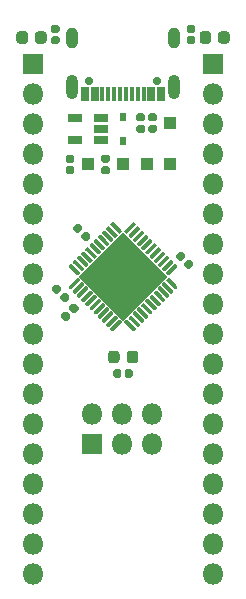
<source format=gbr>
%TF.GenerationSoftware,KiCad,Pcbnew,5.1.6-c6e7f7d~87~ubuntu18.04.1*%
%TF.CreationDate,2020-08-19T11:44:15-04:00*%
%TF.ProjectId,atmegaXu4_breakout,61746d65-6761-4587-9534-5f627265616b,rev?*%
%TF.SameCoordinates,Original*%
%TF.FileFunction,Soldermask,Top*%
%TF.FilePolarity,Negative*%
%FSLAX46Y46*%
G04 Gerber Fmt 4.6, Leading zero omitted, Abs format (unit mm)*
G04 Created by KiCad (PCBNEW 5.1.6-c6e7f7d~87~ubuntu18.04.1) date 2020-08-19 11:44:15*
%MOMM*%
%LPD*%
G01*
G04 APERTURE LIST*
%ADD10R,1.100000X1.100000*%
%ADD11C,0.100000*%
%ADD12O,1.800000X1.800000*%
%ADD13R,1.800000X1.800000*%
%ADD14R,1.160000X0.750000*%
%ADD15R,0.550000X0.700000*%
%ADD16O,1.000000X2.100000*%
%ADD17O,1.000000X1.800000*%
%ADD18R,0.400000X1.260000*%
%ADD19C,0.700000*%
%ADD20R,0.700000X1.260000*%
G04 APERTURE END LIST*
D10*
%TO.C,TP5*%
X-3000000Y-8500000D03*
%TD*%
%TO.C,TP4*%
X0Y-8500000D03*
%TD*%
%TO.C,TP3*%
X4000000Y-5000000D03*
%TD*%
%TO.C,R6*%
G36*
G01*
X-5259342Y-19161351D02*
X-5538649Y-19440659D01*
G75*
G02*
X-5782601Y-19440659I-121976J121976D01*
G01*
X-6026553Y-19196707D01*
G75*
G02*
X-6026553Y-18952755I121976J121976D01*
G01*
X-5747245Y-18673447D01*
G75*
G02*
X-5503293Y-18673447I121976J-121976D01*
G01*
X-5259341Y-18917399D01*
G75*
G02*
X-5259341Y-19161351I-121976J-121976D01*
G01*
G37*
G36*
G01*
X-4573448Y-19847245D02*
X-4852755Y-20126553D01*
G75*
G02*
X-5096707Y-20126553I-121976J121976D01*
G01*
X-5340659Y-19882601D01*
G75*
G02*
X-5340659Y-19638649I121976J121976D01*
G01*
X-5061351Y-19359341D01*
G75*
G02*
X-4817399Y-19359341I121976J-121976D01*
G01*
X-4573447Y-19603293D01*
G75*
G02*
X-4573447Y-19847245I-121976J-121976D01*
G01*
G37*
%TD*%
%TO.C,C5*%
G36*
G01*
X-4261351Y-21040658D02*
X-4540659Y-20761351D01*
G75*
G02*
X-4540659Y-20517399I121976J121976D01*
G01*
X-4296707Y-20273447D01*
G75*
G02*
X-4052755Y-20273447I121976J-121976D01*
G01*
X-3773447Y-20552755D01*
G75*
G02*
X-3773447Y-20796707I-121976J-121976D01*
G01*
X-4017399Y-21040659D01*
G75*
G02*
X-4261351Y-21040659I-121976J121976D01*
G01*
G37*
G36*
G01*
X-4947245Y-21726552D02*
X-5226553Y-21447245D01*
G75*
G02*
X-5226553Y-21203293I121976J121976D01*
G01*
X-4982601Y-20959341D01*
G75*
G02*
X-4738649Y-20959341I121976J-121976D01*
G01*
X-4459341Y-21238649D01*
G75*
G02*
X-4459341Y-21482601I-121976J-121976D01*
G01*
X-4703293Y-21726553D01*
G75*
G02*
X-4947245Y-21726553I-121976J121976D01*
G01*
G37*
%TD*%
%TO.C,C4*%
G36*
G01*
X5159342Y-16838649D02*
X5438649Y-16559341D01*
G75*
G02*
X5682601Y-16559341I121976J-121976D01*
G01*
X5926553Y-16803293D01*
G75*
G02*
X5926553Y-17047245I-121976J-121976D01*
G01*
X5647245Y-17326553D01*
G75*
G02*
X5403293Y-17326553I-121976J121976D01*
G01*
X5159341Y-17082601D01*
G75*
G02*
X5159341Y-16838649I121976J121976D01*
G01*
G37*
G36*
G01*
X4473448Y-16152755D02*
X4752755Y-15873447D01*
G75*
G02*
X4996707Y-15873447I121976J-121976D01*
G01*
X5240659Y-16117399D01*
G75*
G02*
X5240659Y-16361351I-121976J-121976D01*
G01*
X4961351Y-16640659D01*
G75*
G02*
X4717399Y-16640659I-121976J121976D01*
G01*
X4473447Y-16396707D01*
G75*
G02*
X4473447Y-16152755I121976J121976D01*
G01*
G37*
%TD*%
%TO.C,U1*%
G36*
G01*
X-1069499Y-13518711D02*
X-945756Y-13394967D01*
G75*
G02*
X-822012Y-13394967I61872J-61872D01*
G01*
X-114905Y-14102074D01*
G75*
G02*
X-114905Y-14225818I-61872J-61872D01*
G01*
X-238648Y-14349561D01*
G75*
G02*
X-362392Y-14349561I-61872J61872D01*
G01*
X-1069499Y-13642454D01*
G75*
G02*
X-1069499Y-13518710I61872J61872D01*
G01*
G37*
G36*
G01*
X-1423052Y-13872265D02*
X-1299309Y-13748521D01*
G75*
G02*
X-1175565Y-13748521I61872J-61872D01*
G01*
X-468458Y-14455628D01*
G75*
G02*
X-468458Y-14579372I-61872J-61872D01*
G01*
X-592201Y-14703115D01*
G75*
G02*
X-715945Y-14703115I-61872J61872D01*
G01*
X-1423052Y-13996008D01*
G75*
G02*
X-1423052Y-13872264I61872J61872D01*
G01*
G37*
G36*
G01*
X-1776606Y-14225818D02*
X-1652863Y-14102074D01*
G75*
G02*
X-1529119Y-14102074I61872J-61872D01*
G01*
X-822012Y-14809181D01*
G75*
G02*
X-822012Y-14932925I-61872J-61872D01*
G01*
X-945755Y-15056668D01*
G75*
G02*
X-1069499Y-15056668I-61872J61872D01*
G01*
X-1776606Y-14349561D01*
G75*
G02*
X-1776606Y-14225817I61872J61872D01*
G01*
G37*
G36*
G01*
X-2130159Y-14579371D02*
X-2006416Y-14455627D01*
G75*
G02*
X-1882672Y-14455627I61872J-61872D01*
G01*
X-1175565Y-15162734D01*
G75*
G02*
X-1175565Y-15286478I-61872J-61872D01*
G01*
X-1299308Y-15410221D01*
G75*
G02*
X-1423052Y-15410221I-61872J61872D01*
G01*
X-2130159Y-14703114D01*
G75*
G02*
X-2130159Y-14579370I61872J61872D01*
G01*
G37*
G36*
G01*
X-2483712Y-14932925D02*
X-2359969Y-14809181D01*
G75*
G02*
X-2236225Y-14809181I61872J-61872D01*
G01*
X-1529118Y-15516288D01*
G75*
G02*
X-1529118Y-15640032I-61872J-61872D01*
G01*
X-1652861Y-15763775D01*
G75*
G02*
X-1776605Y-15763775I-61872J61872D01*
G01*
X-2483712Y-15056668D01*
G75*
G02*
X-2483712Y-14932924I61872J61872D01*
G01*
G37*
G36*
G01*
X-2837266Y-15286478D02*
X-2713523Y-15162734D01*
G75*
G02*
X-2589779Y-15162734I61872J-61872D01*
G01*
X-1882672Y-15869841D01*
G75*
G02*
X-1882672Y-15993585I-61872J-61872D01*
G01*
X-2006415Y-16117328D01*
G75*
G02*
X-2130159Y-16117328I-61872J61872D01*
G01*
X-2837266Y-15410221D01*
G75*
G02*
X-2837266Y-15286477I61872J61872D01*
G01*
G37*
G36*
G01*
X-3190819Y-15640032D02*
X-3067076Y-15516288D01*
G75*
G02*
X-2943332Y-15516288I61872J-61872D01*
G01*
X-2236225Y-16223395D01*
G75*
G02*
X-2236225Y-16347139I-61872J-61872D01*
G01*
X-2359968Y-16470882D01*
G75*
G02*
X-2483712Y-16470882I-61872J61872D01*
G01*
X-3190819Y-15763775D01*
G75*
G02*
X-3190819Y-15640031I61872J61872D01*
G01*
G37*
G36*
G01*
X-3544373Y-15993585D02*
X-3420630Y-15869841D01*
G75*
G02*
X-3296886Y-15869841I61872J-61872D01*
G01*
X-2589779Y-16576948D01*
G75*
G02*
X-2589779Y-16700692I-61872J-61872D01*
G01*
X-2713522Y-16824435D01*
G75*
G02*
X-2837266Y-16824435I-61872J61872D01*
G01*
X-3544373Y-16117328D01*
G75*
G02*
X-3544373Y-15993584I61872J61872D01*
G01*
G37*
G36*
G01*
X-3897926Y-16347138D02*
X-3774183Y-16223394D01*
G75*
G02*
X-3650439Y-16223394I61872J-61872D01*
G01*
X-2943332Y-16930501D01*
G75*
G02*
X-2943332Y-17054245I-61872J-61872D01*
G01*
X-3067075Y-17177988D01*
G75*
G02*
X-3190819Y-17177988I-61872J61872D01*
G01*
X-3897926Y-16470881D01*
G75*
G02*
X-3897926Y-16347137I61872J61872D01*
G01*
G37*
G36*
G01*
X-4251479Y-16700692D02*
X-4127736Y-16576948D01*
G75*
G02*
X-4003992Y-16576948I61872J-61872D01*
G01*
X-3296885Y-17284055D01*
G75*
G02*
X-3296885Y-17407799I-61872J-61872D01*
G01*
X-3420628Y-17531542D01*
G75*
G02*
X-3544372Y-17531542I-61872J61872D01*
G01*
X-4251479Y-16824435D01*
G75*
G02*
X-4251479Y-16700691I61872J61872D01*
G01*
G37*
G36*
G01*
X-4605033Y-17054245D02*
X-4481290Y-16930501D01*
G75*
G02*
X-4357546Y-16930501I61872J-61872D01*
G01*
X-3650439Y-17637608D01*
G75*
G02*
X-3650439Y-17761352I-61872J-61872D01*
G01*
X-3774182Y-17885095D01*
G75*
G02*
X-3897926Y-17885095I-61872J61872D01*
G01*
X-4605033Y-17177988D01*
G75*
G02*
X-4605033Y-17054244I61872J61872D01*
G01*
G37*
G36*
G01*
X-4605033Y-18822012D02*
X-3897926Y-18114905D01*
G75*
G02*
X-3774182Y-18114905I61872J-61872D01*
G01*
X-3650439Y-18238648D01*
G75*
G02*
X-3650439Y-18362392I-61872J-61872D01*
G01*
X-4357546Y-19069499D01*
G75*
G02*
X-4481290Y-19069499I-61872J61872D01*
G01*
X-4605033Y-18945756D01*
G75*
G02*
X-4605033Y-18822012I61872J61872D01*
G01*
G37*
G36*
G01*
X-4251479Y-19175565D02*
X-3544372Y-18468458D01*
G75*
G02*
X-3420628Y-18468458I61872J-61872D01*
G01*
X-3296885Y-18592201D01*
G75*
G02*
X-3296885Y-18715945I-61872J-61872D01*
G01*
X-4003992Y-19423052D01*
G75*
G02*
X-4127736Y-19423052I-61872J61872D01*
G01*
X-4251479Y-19299309D01*
G75*
G02*
X-4251479Y-19175565I61872J61872D01*
G01*
G37*
G36*
G01*
X-3897926Y-19529119D02*
X-3190819Y-18822012D01*
G75*
G02*
X-3067075Y-18822012I61872J-61872D01*
G01*
X-2943332Y-18945755D01*
G75*
G02*
X-2943332Y-19069499I-61872J-61872D01*
G01*
X-3650439Y-19776606D01*
G75*
G02*
X-3774183Y-19776606I-61872J61872D01*
G01*
X-3897926Y-19652863D01*
G75*
G02*
X-3897926Y-19529119I61872J61872D01*
G01*
G37*
G36*
G01*
X-3544373Y-19882672D02*
X-2837266Y-19175565D01*
G75*
G02*
X-2713522Y-19175565I61872J-61872D01*
G01*
X-2589779Y-19299308D01*
G75*
G02*
X-2589779Y-19423052I-61872J-61872D01*
G01*
X-3296886Y-20130159D01*
G75*
G02*
X-3420630Y-20130159I-61872J61872D01*
G01*
X-3544373Y-20006416D01*
G75*
G02*
X-3544373Y-19882672I61872J61872D01*
G01*
G37*
G36*
G01*
X-3190819Y-20236225D02*
X-2483712Y-19529118D01*
G75*
G02*
X-2359968Y-19529118I61872J-61872D01*
G01*
X-2236225Y-19652861D01*
G75*
G02*
X-2236225Y-19776605I-61872J-61872D01*
G01*
X-2943332Y-20483712D01*
G75*
G02*
X-3067076Y-20483712I-61872J61872D01*
G01*
X-3190819Y-20359969D01*
G75*
G02*
X-3190819Y-20236225I61872J61872D01*
G01*
G37*
G36*
G01*
X-2837266Y-20589779D02*
X-2130159Y-19882672D01*
G75*
G02*
X-2006415Y-19882672I61872J-61872D01*
G01*
X-1882672Y-20006415D01*
G75*
G02*
X-1882672Y-20130159I-61872J-61872D01*
G01*
X-2589779Y-20837266D01*
G75*
G02*
X-2713523Y-20837266I-61872J61872D01*
G01*
X-2837266Y-20713523D01*
G75*
G02*
X-2837266Y-20589779I61872J61872D01*
G01*
G37*
G36*
G01*
X-2483712Y-20943332D02*
X-1776605Y-20236225D01*
G75*
G02*
X-1652861Y-20236225I61872J-61872D01*
G01*
X-1529118Y-20359968D01*
G75*
G02*
X-1529118Y-20483712I-61872J-61872D01*
G01*
X-2236225Y-21190819D01*
G75*
G02*
X-2359969Y-21190819I-61872J61872D01*
G01*
X-2483712Y-21067076D01*
G75*
G02*
X-2483712Y-20943332I61872J61872D01*
G01*
G37*
G36*
G01*
X-2130159Y-21296886D02*
X-1423052Y-20589779D01*
G75*
G02*
X-1299308Y-20589779I61872J-61872D01*
G01*
X-1175565Y-20713522D01*
G75*
G02*
X-1175565Y-20837266I-61872J-61872D01*
G01*
X-1882672Y-21544373D01*
G75*
G02*
X-2006416Y-21544373I-61872J61872D01*
G01*
X-2130159Y-21420630D01*
G75*
G02*
X-2130159Y-21296886I61872J61872D01*
G01*
G37*
G36*
G01*
X-1776606Y-21650439D02*
X-1069499Y-20943332D01*
G75*
G02*
X-945755Y-20943332I61872J-61872D01*
G01*
X-822012Y-21067075D01*
G75*
G02*
X-822012Y-21190819I-61872J-61872D01*
G01*
X-1529119Y-21897926D01*
G75*
G02*
X-1652863Y-21897926I-61872J61872D01*
G01*
X-1776606Y-21774183D01*
G75*
G02*
X-1776606Y-21650439I61872J61872D01*
G01*
G37*
G36*
G01*
X-1423052Y-22003992D02*
X-715945Y-21296885D01*
G75*
G02*
X-592201Y-21296885I61872J-61872D01*
G01*
X-468458Y-21420628D01*
G75*
G02*
X-468458Y-21544372I-61872J-61872D01*
G01*
X-1175565Y-22251479D01*
G75*
G02*
X-1299309Y-22251479I-61872J61872D01*
G01*
X-1423052Y-22127736D01*
G75*
G02*
X-1423052Y-22003992I61872J61872D01*
G01*
G37*
G36*
G01*
X-1069499Y-22357546D02*
X-362392Y-21650439D01*
G75*
G02*
X-238648Y-21650439I61872J-61872D01*
G01*
X-114905Y-21774182D01*
G75*
G02*
X-114905Y-21897926I-61872J-61872D01*
G01*
X-822012Y-22605033D01*
G75*
G02*
X-945756Y-22605033I-61872J61872D01*
G01*
X-1069499Y-22481290D01*
G75*
G02*
X-1069499Y-22357546I61872J61872D01*
G01*
G37*
G36*
G01*
X114905Y-21774183D02*
X238648Y-21650439D01*
G75*
G02*
X362392Y-21650439I61872J-61872D01*
G01*
X1069499Y-22357546D01*
G75*
G02*
X1069499Y-22481290I-61872J-61872D01*
G01*
X945756Y-22605033D01*
G75*
G02*
X822012Y-22605033I-61872J61872D01*
G01*
X114905Y-21897926D01*
G75*
G02*
X114905Y-21774182I61872J61872D01*
G01*
G37*
G36*
G01*
X468458Y-21420629D02*
X592201Y-21296885D01*
G75*
G02*
X715945Y-21296885I61872J-61872D01*
G01*
X1423052Y-22003992D01*
G75*
G02*
X1423052Y-22127736I-61872J-61872D01*
G01*
X1299309Y-22251479D01*
G75*
G02*
X1175565Y-22251479I-61872J61872D01*
G01*
X468458Y-21544372D01*
G75*
G02*
X468458Y-21420628I61872J61872D01*
G01*
G37*
G36*
G01*
X822012Y-21067076D02*
X945755Y-20943332D01*
G75*
G02*
X1069499Y-20943332I61872J-61872D01*
G01*
X1776606Y-21650439D01*
G75*
G02*
X1776606Y-21774183I-61872J-61872D01*
G01*
X1652863Y-21897926D01*
G75*
G02*
X1529119Y-21897926I-61872J61872D01*
G01*
X822012Y-21190819D01*
G75*
G02*
X822012Y-21067075I61872J61872D01*
G01*
G37*
G36*
G01*
X1175565Y-20713523D02*
X1299308Y-20589779D01*
G75*
G02*
X1423052Y-20589779I61872J-61872D01*
G01*
X2130159Y-21296886D01*
G75*
G02*
X2130159Y-21420630I-61872J-61872D01*
G01*
X2006416Y-21544373D01*
G75*
G02*
X1882672Y-21544373I-61872J61872D01*
G01*
X1175565Y-20837266D01*
G75*
G02*
X1175565Y-20713522I61872J61872D01*
G01*
G37*
G36*
G01*
X1529118Y-20359969D02*
X1652861Y-20236225D01*
G75*
G02*
X1776605Y-20236225I61872J-61872D01*
G01*
X2483712Y-20943332D01*
G75*
G02*
X2483712Y-21067076I-61872J-61872D01*
G01*
X2359969Y-21190819D01*
G75*
G02*
X2236225Y-21190819I-61872J61872D01*
G01*
X1529118Y-20483712D01*
G75*
G02*
X1529118Y-20359968I61872J61872D01*
G01*
G37*
G36*
G01*
X1882672Y-20006416D02*
X2006415Y-19882672D01*
G75*
G02*
X2130159Y-19882672I61872J-61872D01*
G01*
X2837266Y-20589779D01*
G75*
G02*
X2837266Y-20713523I-61872J-61872D01*
G01*
X2713523Y-20837266D01*
G75*
G02*
X2589779Y-20837266I-61872J61872D01*
G01*
X1882672Y-20130159D01*
G75*
G02*
X1882672Y-20006415I61872J61872D01*
G01*
G37*
G36*
G01*
X2236225Y-19652862D02*
X2359968Y-19529118D01*
G75*
G02*
X2483712Y-19529118I61872J-61872D01*
G01*
X3190819Y-20236225D01*
G75*
G02*
X3190819Y-20359969I-61872J-61872D01*
G01*
X3067076Y-20483712D01*
G75*
G02*
X2943332Y-20483712I-61872J61872D01*
G01*
X2236225Y-19776605D01*
G75*
G02*
X2236225Y-19652861I61872J61872D01*
G01*
G37*
G36*
G01*
X2589779Y-19299309D02*
X2713522Y-19175565D01*
G75*
G02*
X2837266Y-19175565I61872J-61872D01*
G01*
X3544373Y-19882672D01*
G75*
G02*
X3544373Y-20006416I-61872J-61872D01*
G01*
X3420630Y-20130159D01*
G75*
G02*
X3296886Y-20130159I-61872J61872D01*
G01*
X2589779Y-19423052D01*
G75*
G02*
X2589779Y-19299308I61872J61872D01*
G01*
G37*
G36*
G01*
X2943332Y-18945756D02*
X3067075Y-18822012D01*
G75*
G02*
X3190819Y-18822012I61872J-61872D01*
G01*
X3897926Y-19529119D01*
G75*
G02*
X3897926Y-19652863I-61872J-61872D01*
G01*
X3774183Y-19776606D01*
G75*
G02*
X3650439Y-19776606I-61872J61872D01*
G01*
X2943332Y-19069499D01*
G75*
G02*
X2943332Y-18945755I61872J61872D01*
G01*
G37*
G36*
G01*
X3296885Y-18592202D02*
X3420628Y-18468458D01*
G75*
G02*
X3544372Y-18468458I61872J-61872D01*
G01*
X4251479Y-19175565D01*
G75*
G02*
X4251479Y-19299309I-61872J-61872D01*
G01*
X4127736Y-19423052D01*
G75*
G02*
X4003992Y-19423052I-61872J61872D01*
G01*
X3296885Y-18715945D01*
G75*
G02*
X3296885Y-18592201I61872J61872D01*
G01*
G37*
G36*
G01*
X3650439Y-18238649D02*
X3774182Y-18114905D01*
G75*
G02*
X3897926Y-18114905I61872J-61872D01*
G01*
X4605033Y-18822012D01*
G75*
G02*
X4605033Y-18945756I-61872J-61872D01*
G01*
X4481290Y-19069499D01*
G75*
G02*
X4357546Y-19069499I-61872J61872D01*
G01*
X3650439Y-18362392D01*
G75*
G02*
X3650439Y-18238648I61872J61872D01*
G01*
G37*
G36*
G01*
X3650439Y-17637608D02*
X4357546Y-16930501D01*
G75*
G02*
X4481290Y-16930501I61872J-61872D01*
G01*
X4605033Y-17054244D01*
G75*
G02*
X4605033Y-17177988I-61872J-61872D01*
G01*
X3897926Y-17885095D01*
G75*
G02*
X3774182Y-17885095I-61872J61872D01*
G01*
X3650439Y-17761352D01*
G75*
G02*
X3650439Y-17637608I61872J61872D01*
G01*
G37*
G36*
G01*
X3296885Y-17284055D02*
X4003992Y-16576948D01*
G75*
G02*
X4127736Y-16576948I61872J-61872D01*
G01*
X4251479Y-16700691D01*
G75*
G02*
X4251479Y-16824435I-61872J-61872D01*
G01*
X3544372Y-17531542D01*
G75*
G02*
X3420628Y-17531542I-61872J61872D01*
G01*
X3296885Y-17407799D01*
G75*
G02*
X3296885Y-17284055I61872J61872D01*
G01*
G37*
G36*
G01*
X2943332Y-16930501D02*
X3650439Y-16223394D01*
G75*
G02*
X3774183Y-16223394I61872J-61872D01*
G01*
X3897926Y-16347137D01*
G75*
G02*
X3897926Y-16470881I-61872J-61872D01*
G01*
X3190819Y-17177988D01*
G75*
G02*
X3067075Y-17177988I-61872J61872D01*
G01*
X2943332Y-17054245D01*
G75*
G02*
X2943332Y-16930501I61872J61872D01*
G01*
G37*
G36*
G01*
X2589779Y-16576948D02*
X3296886Y-15869841D01*
G75*
G02*
X3420630Y-15869841I61872J-61872D01*
G01*
X3544373Y-15993584D01*
G75*
G02*
X3544373Y-16117328I-61872J-61872D01*
G01*
X2837266Y-16824435D01*
G75*
G02*
X2713522Y-16824435I-61872J61872D01*
G01*
X2589779Y-16700692D01*
G75*
G02*
X2589779Y-16576948I61872J61872D01*
G01*
G37*
G36*
G01*
X2236225Y-16223395D02*
X2943332Y-15516288D01*
G75*
G02*
X3067076Y-15516288I61872J-61872D01*
G01*
X3190819Y-15640031D01*
G75*
G02*
X3190819Y-15763775I-61872J-61872D01*
G01*
X2483712Y-16470882D01*
G75*
G02*
X2359968Y-16470882I-61872J61872D01*
G01*
X2236225Y-16347139D01*
G75*
G02*
X2236225Y-16223395I61872J61872D01*
G01*
G37*
G36*
G01*
X1882672Y-15869841D02*
X2589779Y-15162734D01*
G75*
G02*
X2713523Y-15162734I61872J-61872D01*
G01*
X2837266Y-15286477D01*
G75*
G02*
X2837266Y-15410221I-61872J-61872D01*
G01*
X2130159Y-16117328D01*
G75*
G02*
X2006415Y-16117328I-61872J61872D01*
G01*
X1882672Y-15993585D01*
G75*
G02*
X1882672Y-15869841I61872J61872D01*
G01*
G37*
G36*
G01*
X1529118Y-15516288D02*
X2236225Y-14809181D01*
G75*
G02*
X2359969Y-14809181I61872J-61872D01*
G01*
X2483712Y-14932924D01*
G75*
G02*
X2483712Y-15056668I-61872J-61872D01*
G01*
X1776605Y-15763775D01*
G75*
G02*
X1652861Y-15763775I-61872J61872D01*
G01*
X1529118Y-15640032D01*
G75*
G02*
X1529118Y-15516288I61872J61872D01*
G01*
G37*
G36*
G01*
X1175565Y-15162734D02*
X1882672Y-14455627D01*
G75*
G02*
X2006416Y-14455627I61872J-61872D01*
G01*
X2130159Y-14579370D01*
G75*
G02*
X2130159Y-14703114I-61872J-61872D01*
G01*
X1423052Y-15410221D01*
G75*
G02*
X1299308Y-15410221I-61872J61872D01*
G01*
X1175565Y-15286478D01*
G75*
G02*
X1175565Y-15162734I61872J61872D01*
G01*
G37*
G36*
G01*
X822012Y-14809181D02*
X1529119Y-14102074D01*
G75*
G02*
X1652863Y-14102074I61872J-61872D01*
G01*
X1776606Y-14225817D01*
G75*
G02*
X1776606Y-14349561I-61872J-61872D01*
G01*
X1069499Y-15056668D01*
G75*
G02*
X945755Y-15056668I-61872J61872D01*
G01*
X822012Y-14932925D01*
G75*
G02*
X822012Y-14809181I61872J61872D01*
G01*
G37*
G36*
G01*
X468458Y-14455628D02*
X1175565Y-13748521D01*
G75*
G02*
X1299309Y-13748521I61872J-61872D01*
G01*
X1423052Y-13872264D01*
G75*
G02*
X1423052Y-13996008I-61872J-61872D01*
G01*
X715945Y-14703115D01*
G75*
G02*
X592201Y-14703115I-61872J61872D01*
G01*
X468458Y-14579372D01*
G75*
G02*
X468458Y-14455628I61872J61872D01*
G01*
G37*
G36*
G01*
X114905Y-14102074D02*
X822012Y-13394967D01*
G75*
G02*
X945756Y-13394967I61872J-61872D01*
G01*
X1069499Y-13518710D01*
G75*
G02*
X1069499Y-13642454I-61872J-61872D01*
G01*
X362392Y-14349561D01*
G75*
G02*
X238648Y-14349561I-61872J61872D01*
G01*
X114905Y-14225818D01*
G75*
G02*
X114905Y-14102074I61872J61872D01*
G01*
G37*
D11*
G36*
X-3747666Y-18000000D02*
G01*
X0Y-14252334D01*
X3747666Y-18000000D01*
X0Y-21747666D01*
X-3747666Y-18000000D01*
G37*
%TD*%
D12*
%TO.C,J4*%
X2480000Y-29660000D03*
X2480000Y-32200000D03*
X-60000Y-29660000D03*
X-60000Y-32200000D03*
X-2600000Y-29660000D03*
D13*
X-2600000Y-32200000D03*
%TD*%
D12*
%TO.C,J3*%
X7620000Y-43180000D03*
X7620000Y-40640000D03*
X7620000Y-38100000D03*
X7620000Y-35560000D03*
X7620000Y-33020000D03*
X7620000Y-30480000D03*
X7620000Y-27940000D03*
X7620000Y-25400000D03*
X7620000Y-22860000D03*
X7620000Y-20320000D03*
X7620000Y-17780000D03*
X7620000Y-15240000D03*
X7620000Y-12700000D03*
X7620000Y-10160000D03*
X7620000Y-7620000D03*
X7620000Y-5080000D03*
X7620000Y-2540000D03*
D13*
X7620000Y0D03*
%TD*%
D12*
%TO.C,J2*%
X-7620000Y-43180000D03*
X-7620000Y-40640000D03*
X-7620000Y-38100000D03*
X-7620000Y-35560000D03*
X-7620000Y-33020000D03*
X-7620000Y-30480000D03*
X-7620000Y-27940000D03*
X-7620000Y-25400000D03*
X-7620000Y-22860000D03*
X-7620000Y-20320000D03*
X-7620000Y-17780000D03*
X-7620000Y-15240000D03*
X-7620000Y-12700000D03*
X-7620000Y-10160000D03*
X-7620000Y-7620000D03*
X-7620000Y-5080000D03*
X-7620000Y-2540000D03*
D13*
X-7620000Y0D03*
%TD*%
%TO.C,R5*%
G36*
G01*
X-140000Y-26002500D02*
X-140000Y-26397500D01*
G75*
G02*
X-312500Y-26570000I-172500J0D01*
G01*
X-657500Y-26570000D01*
G75*
G02*
X-830000Y-26397500I0J172500D01*
G01*
X-830000Y-26002500D01*
G75*
G02*
X-657500Y-25830000I172500J0D01*
G01*
X-312500Y-25830000D01*
G75*
G02*
X-140000Y-26002500I0J-172500D01*
G01*
G37*
G36*
G01*
X830000Y-26002500D02*
X830000Y-26397500D01*
G75*
G02*
X657500Y-26570000I-172500J0D01*
G01*
X312500Y-26570000D01*
G75*
G02*
X140000Y-26397500I0J172500D01*
G01*
X140000Y-26002500D01*
G75*
G02*
X312500Y-25830000I172500J0D01*
G01*
X657500Y-25830000D01*
G75*
G02*
X830000Y-26002500I0J-172500D01*
G01*
G37*
%TD*%
%TO.C,R4*%
G36*
G01*
X-5552500Y2640000D02*
X-5947500Y2640000D01*
G75*
G02*
X-6120000Y2812500I0J172500D01*
G01*
X-6120000Y3157500D01*
G75*
G02*
X-5947500Y3330000I172500J0D01*
G01*
X-5552500Y3330000D01*
G75*
G02*
X-5380000Y3157500I0J-172500D01*
G01*
X-5380000Y2812500D01*
G75*
G02*
X-5552500Y2640000I-172500J0D01*
G01*
G37*
G36*
G01*
X-5552500Y1670000D02*
X-5947500Y1670000D01*
G75*
G02*
X-6120000Y1842500I0J172500D01*
G01*
X-6120000Y2187500D01*
G75*
G02*
X-5947500Y2360000I172500J0D01*
G01*
X-5552500Y2360000D01*
G75*
G02*
X-5380000Y2187500I0J-172500D01*
G01*
X-5380000Y1842500D01*
G75*
G02*
X-5552500Y1670000I-172500J0D01*
G01*
G37*
%TD*%
%TO.C,R3*%
G36*
G01*
X5947500Y2640000D02*
X5552500Y2640000D01*
G75*
G02*
X5380000Y2812500I0J172500D01*
G01*
X5380000Y3157500D01*
G75*
G02*
X5552500Y3330000I172500J0D01*
G01*
X5947500Y3330000D01*
G75*
G02*
X6120000Y3157500I0J-172500D01*
G01*
X6120000Y2812500D01*
G75*
G02*
X5947500Y2640000I-172500J0D01*
G01*
G37*
G36*
G01*
X5947500Y1670000D02*
X5552500Y1670000D01*
G75*
G02*
X5380000Y1842500I0J172500D01*
G01*
X5380000Y2187500D01*
G75*
G02*
X5552500Y2360000I172500J0D01*
G01*
X5947500Y2360000D01*
G75*
G02*
X6120000Y2187500I0J-172500D01*
G01*
X6120000Y1842500D01*
G75*
G02*
X5947500Y1670000I-172500J0D01*
G01*
G37*
%TD*%
%TO.C,D4*%
G36*
G01*
X300000Y-25081250D02*
X300000Y-24518750D01*
G75*
G02*
X543750Y-24275000I243750J0D01*
G01*
X1031250Y-24275000D01*
G75*
G02*
X1275000Y-24518750I0J-243750D01*
G01*
X1275000Y-25081250D01*
G75*
G02*
X1031250Y-25325000I-243750J0D01*
G01*
X543750Y-25325000D01*
G75*
G02*
X300000Y-25081250I0J243750D01*
G01*
G37*
G36*
G01*
X-1275000Y-25081250D02*
X-1275000Y-24518750D01*
G75*
G02*
X-1031250Y-24275000I243750J0D01*
G01*
X-543750Y-24275000D01*
G75*
G02*
X-300000Y-24518750I0J-243750D01*
G01*
X-300000Y-25081250D01*
G75*
G02*
X-543750Y-25325000I-243750J0D01*
G01*
X-1031250Y-25325000D01*
G75*
G02*
X-1275000Y-25081250I0J243750D01*
G01*
G37*
%TD*%
%TO.C,D3*%
G36*
G01*
X-8050000Y2531250D02*
X-8050000Y1968750D01*
G75*
G02*
X-8293750Y1725000I-243750J0D01*
G01*
X-8781250Y1725000D01*
G75*
G02*
X-9025000Y1968750I0J243750D01*
G01*
X-9025000Y2531250D01*
G75*
G02*
X-8781250Y2775000I243750J0D01*
G01*
X-8293750Y2775000D01*
G75*
G02*
X-8050000Y2531250I0J-243750D01*
G01*
G37*
G36*
G01*
X-6475000Y2531250D02*
X-6475000Y1968750D01*
G75*
G02*
X-6718750Y1725000I-243750J0D01*
G01*
X-7206250Y1725000D01*
G75*
G02*
X-7450000Y1968750I0J243750D01*
G01*
X-7450000Y2531250D01*
G75*
G02*
X-7206250Y2775000I243750J0D01*
G01*
X-6718750Y2775000D01*
G75*
G02*
X-6475000Y2531250I0J-243750D01*
G01*
G37*
%TD*%
%TO.C,D2*%
G36*
G01*
X6475000Y1968750D02*
X6475000Y2531250D01*
G75*
G02*
X6718750Y2775000I243750J0D01*
G01*
X7206250Y2775000D01*
G75*
G02*
X7450000Y2531250I0J-243750D01*
G01*
X7450000Y1968750D01*
G75*
G02*
X7206250Y1725000I-243750J0D01*
G01*
X6718750Y1725000D01*
G75*
G02*
X6475000Y1968750I0J243750D01*
G01*
G37*
G36*
G01*
X8050000Y1968750D02*
X8050000Y2531250D01*
G75*
G02*
X8293750Y2775000I243750J0D01*
G01*
X8781250Y2775000D01*
G75*
G02*
X9025000Y2531250I0J-243750D01*
G01*
X9025000Y1968750D01*
G75*
G02*
X8781250Y1725000I-243750J0D01*
G01*
X8293750Y1725000D01*
G75*
G02*
X8050000Y1968750I0J243750D01*
G01*
G37*
%TD*%
D10*
%TO.C,TP2*%
X2000000Y-8500000D03*
%TD*%
%TO.C,TP1*%
X4000000Y-8500000D03*
%TD*%
D14*
%TO.C,U2*%
X-4100000Y-6450000D03*
X-4100000Y-4550000D03*
X-1900000Y-4550000D03*
X-1900000Y-5500000D03*
X-1900000Y-6450000D03*
%TD*%
D15*
%TO.C,D1*%
X0Y-4450000D03*
X0Y-6550000D03*
%TD*%
%TO.C,C3*%
G36*
G01*
X-4302500Y-8360000D02*
X-4697500Y-8360000D01*
G75*
G02*
X-4870000Y-8187500I0J172500D01*
G01*
X-4870000Y-7842500D01*
G75*
G02*
X-4697500Y-7670000I172500J0D01*
G01*
X-4302500Y-7670000D01*
G75*
G02*
X-4130000Y-7842500I0J-172500D01*
G01*
X-4130000Y-8187500D01*
G75*
G02*
X-4302500Y-8360000I-172500J0D01*
G01*
G37*
G36*
G01*
X-4302500Y-9330000D02*
X-4697500Y-9330000D01*
G75*
G02*
X-4870000Y-9157500I0J172500D01*
G01*
X-4870000Y-8812500D01*
G75*
G02*
X-4697500Y-8640000I172500J0D01*
G01*
X-4302500Y-8640000D01*
G75*
G02*
X-4130000Y-8812500I0J-172500D01*
G01*
X-4130000Y-9157500D01*
G75*
G02*
X-4302500Y-9330000I-172500J0D01*
G01*
G37*
%TD*%
%TO.C,C1*%
G36*
G01*
X-1302500Y-8360000D02*
X-1697500Y-8360000D01*
G75*
G02*
X-1870000Y-8187500I0J172500D01*
G01*
X-1870000Y-7842500D01*
G75*
G02*
X-1697500Y-7670000I172500J0D01*
G01*
X-1302500Y-7670000D01*
G75*
G02*
X-1130000Y-7842500I0J-172500D01*
G01*
X-1130000Y-8187500D01*
G75*
G02*
X-1302500Y-8360000I-172500J0D01*
G01*
G37*
G36*
G01*
X-1302500Y-9330000D02*
X-1697500Y-9330000D01*
G75*
G02*
X-1870000Y-9157500I0J172500D01*
G01*
X-1870000Y-8812500D01*
G75*
G02*
X-1697500Y-8640000I172500J0D01*
G01*
X-1302500Y-8640000D01*
G75*
G02*
X-1130000Y-8812500I0J-172500D01*
G01*
X-1130000Y-9157500D01*
G75*
G02*
X-1302500Y-9330000I-172500J0D01*
G01*
G37*
%TD*%
%TO.C,R2*%
G36*
G01*
X1697500Y-4860000D02*
X1302500Y-4860000D01*
G75*
G02*
X1130000Y-4687500I0J172500D01*
G01*
X1130000Y-4342500D01*
G75*
G02*
X1302500Y-4170000I172500J0D01*
G01*
X1697500Y-4170000D01*
G75*
G02*
X1870000Y-4342500I0J-172500D01*
G01*
X1870000Y-4687500D01*
G75*
G02*
X1697500Y-4860000I-172500J0D01*
G01*
G37*
G36*
G01*
X1697500Y-5830000D02*
X1302500Y-5830000D01*
G75*
G02*
X1130000Y-5657500I0J172500D01*
G01*
X1130000Y-5312500D01*
G75*
G02*
X1302500Y-5140000I172500J0D01*
G01*
X1697500Y-5140000D01*
G75*
G02*
X1870000Y-5312500I0J-172500D01*
G01*
X1870000Y-5657500D01*
G75*
G02*
X1697500Y-5830000I-172500J0D01*
G01*
G37*
%TD*%
%TO.C,R1*%
G36*
G01*
X2697500Y-4860000D02*
X2302500Y-4860000D01*
G75*
G02*
X2130000Y-4687500I0J172500D01*
G01*
X2130000Y-4342500D01*
G75*
G02*
X2302500Y-4170000I172500J0D01*
G01*
X2697500Y-4170000D01*
G75*
G02*
X2870000Y-4342500I0J-172500D01*
G01*
X2870000Y-4687500D01*
G75*
G02*
X2697500Y-4860000I-172500J0D01*
G01*
G37*
G36*
G01*
X2697500Y-5830000D02*
X2302500Y-5830000D01*
G75*
G02*
X2130000Y-5657500I0J172500D01*
G01*
X2130000Y-5312500D01*
G75*
G02*
X2302500Y-5140000I172500J0D01*
G01*
X2697500Y-5140000D01*
G75*
G02*
X2870000Y-5312500I0J-172500D01*
G01*
X2870000Y-5657500D01*
G75*
G02*
X2697500Y-5830000I-172500J0D01*
G01*
G37*
%TD*%
%TO.C,C2*%
G36*
G01*
X-3540658Y-14488649D02*
X-3261351Y-14209341D01*
G75*
G02*
X-3017399Y-14209341I121976J-121976D01*
G01*
X-2773447Y-14453293D01*
G75*
G02*
X-2773447Y-14697245I-121976J-121976D01*
G01*
X-3052755Y-14976553D01*
G75*
G02*
X-3296707Y-14976553I-121976J121976D01*
G01*
X-3540659Y-14732601D01*
G75*
G02*
X-3540659Y-14488649I121976J121976D01*
G01*
G37*
G36*
G01*
X-4226552Y-13802755D02*
X-3947245Y-13523447D01*
G75*
G02*
X-3703293Y-13523447I121976J-121976D01*
G01*
X-3459341Y-13767399D01*
G75*
G02*
X-3459341Y-14011351I-121976J-121976D01*
G01*
X-3738649Y-14290659D01*
G75*
G02*
X-3982601Y-14290659I-121976J121976D01*
G01*
X-4226553Y-14046707D01*
G75*
G02*
X-4226553Y-13802755I121976J121976D01*
G01*
G37*
%TD*%
D16*
%TO.C,J1*%
X4320000Y-1930000D03*
X-4320000Y-1930000D03*
D17*
X4320000Y2240000D03*
X-4320000Y2240000D03*
D18*
X750000Y-2510000D03*
X250000Y-2510000D03*
X-250000Y-2510000D03*
X1750000Y-2510000D03*
X1250000Y-2510000D03*
X-1250000Y-2510000D03*
X-750000Y-2510000D03*
X-1750000Y-2510000D03*
D19*
X-2890000Y-1450000D03*
X2890000Y-1450000D03*
D20*
X2400000Y-2510000D03*
X2400000Y-2510000D03*
X3200000Y-2510000D03*
X3200000Y-2510000D03*
X-2400000Y-2510000D03*
X-3200000Y-2510000D03*
X-2400000Y-2510000D03*
X-3200000Y-2510000D03*
%TD*%
M02*

</source>
